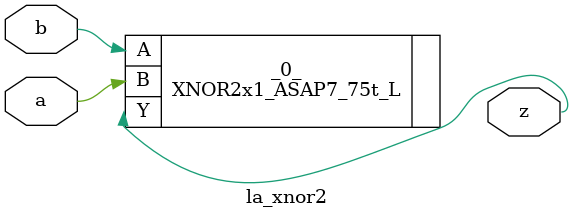
<source format=v>

/* Generated by Yosys 0.44 (git sha1 80ba43d26, g++ 11.4.0-1ubuntu1~22.04 -fPIC -O3) */

(* top =  1  *)
(* src = "inputs/la_xnor2.v:10.1-20.10" *)
module la_xnor2 (
    a,
    b,
    z
);
  (* src = "inputs/la_xnor2.v:13.12-13.13" *)
  input a;
  wire a;
  (* src = "inputs/la_xnor2.v:14.12-14.13" *)
  input b;
  wire b;
  (* src = "inputs/la_xnor2.v:15.12-15.13" *)
  output z;
  wire z;
  XNOR2x1_ASAP7_75t_L _0_ (
      .A(b),
      .B(a),
      .Y(z)
  );
endmodule

</source>
